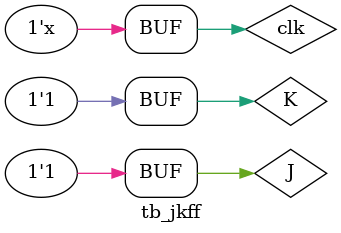
<source format=v>
module tb_jkff;

    reg clk;

    reg J, K;

    wire Q, Qbar;

    jkff jk0 (.clk(clk), .j(J), .k(K), .q(Q), .qbar(Qbar));

    always #1 clk = ~clk;

    initial begin
    clk = 1'b0;
    J = 1'b0;
    K = 1'b0;

    #1;  J = 1'b0; K = 1'b0;
    #1;  J = 1'b0; K = 1'b1;
    #1;  J = 1'b1; K = 1'b0;
    #1;  J = 1'b1; K = 1'b1;

    end

endmodule

</source>
